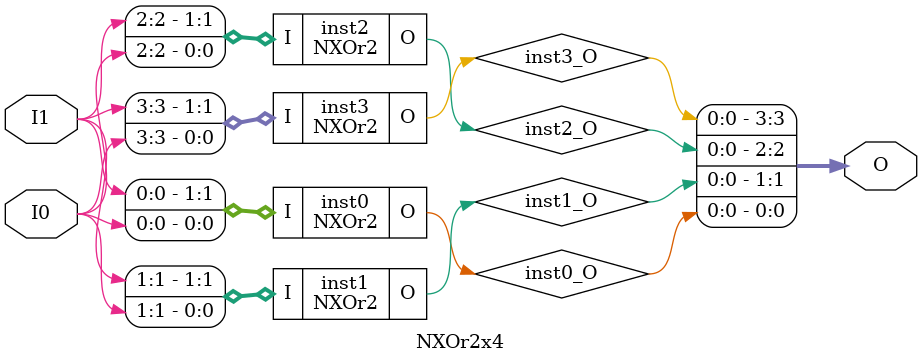
<source format=v>
module NXOr2 (input [1:0] I, output  O);
wire  inst0_O;
SB_LUT4 #(.LUT_INIT(16'h9999)) inst0 (.I0(I[0]), .I1(I[1]), .I2(1'b0), .I3(1'b0), .O(inst0_O));
assign O = inst0_O;
endmodule

module NXOr2x4 (input [3:0] I0, input [3:0] I1, output [3:0] O);
wire  inst0_O;
wire  inst1_O;
wire  inst2_O;
wire  inst3_O;
NXOr2 inst0 (.I({I1[0],I0[0]}), .O(inst0_O));
NXOr2 inst1 (.I({I1[1],I0[1]}), .O(inst1_O));
NXOr2 inst2 (.I({I1[2],I0[2]}), .O(inst2_O));
NXOr2 inst3 (.I({I1[3],I0[3]}), .O(inst3_O));
assign O = {inst3_O,inst2_O,inst1_O,inst0_O};
endmodule


</source>
